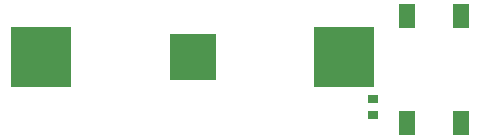
<source format=gbp>
G04 Layer_Color=128*
%FSLAX25Y25*%
%MOIN*%
G70*
G01*
G75*
%ADD14R,0.03543X0.03150*%
%ADD31R,0.20000X0.20000*%
%ADD32R,0.15590X0.15590*%
%ADD33R,0.05512X0.08268*%
D14*
X881000Y11244D02*
D03*
Y16756D02*
D03*
D31*
X770500Y30500D02*
D03*
X871484D02*
D03*
D32*
X820992D02*
D03*
D33*
X910217Y44327D02*
D03*
Y8500D02*
D03*
X892500Y44327D02*
D03*
Y8500D02*
D03*
M02*

</source>
